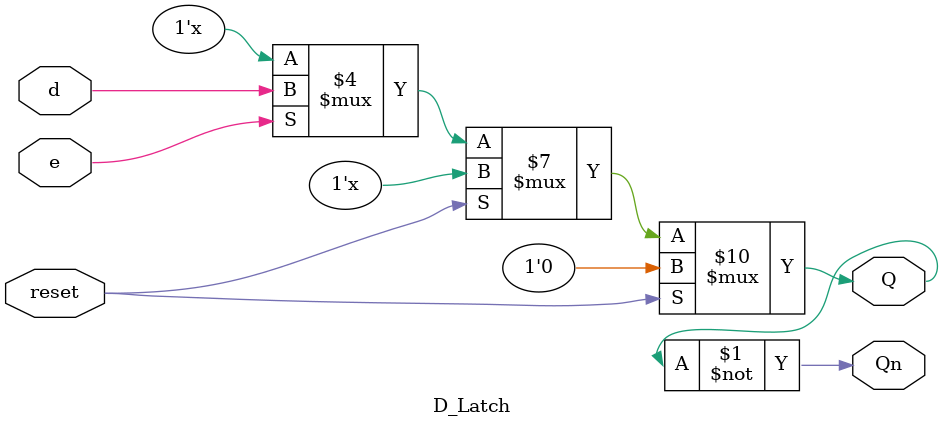
<source format=v>
module D_Latch(
    input  wire d,
    input  wire e,      // enable (transparent when high)
    input  wire reset,  // active high async reset
    output reg  Q,
    output wire Qn
);
    assign Qn = ~Q;

    always @(*) begin
        if (reset)
            Q = 1'b0;
        else if (e)
            Q = d;
    end
endmodule

</source>
